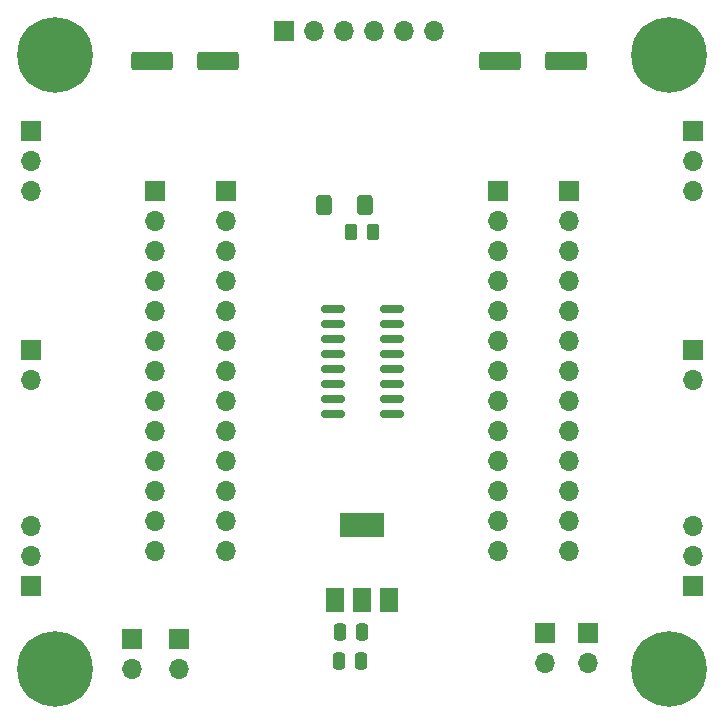
<source format=gbr>
%TF.GenerationSoftware,KiCad,Pcbnew,7.0.7*%
%TF.CreationDate,2023-10-05T17:02:33-03:00*%
%TF.ProjectId,ILLI_PCB,494c4c49-5f50-4434-922e-6b696361645f,rev?*%
%TF.SameCoordinates,Original*%
%TF.FileFunction,Soldermask,Top*%
%TF.FilePolarity,Negative*%
%FSLAX46Y46*%
G04 Gerber Fmt 4.6, Leading zero omitted, Abs format (unit mm)*
G04 Created by KiCad (PCBNEW 7.0.7) date 2023-10-05 17:02:33*
%MOMM*%
%LPD*%
G01*
G04 APERTURE LIST*
G04 Aperture macros list*
%AMRoundRect*
0 Rectangle with rounded corners*
0 $1 Rounding radius*
0 $2 $3 $4 $5 $6 $7 $8 $9 X,Y pos of 4 corners*
0 Add a 4 corners polygon primitive as box body*
4,1,4,$2,$3,$4,$5,$6,$7,$8,$9,$2,$3,0*
0 Add four circle primitives for the rounded corners*
1,1,$1+$1,$2,$3*
1,1,$1+$1,$4,$5*
1,1,$1+$1,$6,$7*
1,1,$1+$1,$8,$9*
0 Add four rect primitives between the rounded corners*
20,1,$1+$1,$2,$3,$4,$5,0*
20,1,$1+$1,$4,$5,$6,$7,0*
20,1,$1+$1,$6,$7,$8,$9,0*
20,1,$1+$1,$8,$9,$2,$3,0*%
G04 Aperture macros list end*
%ADD10O,1.700000X1.700000*%
%ADD11R,1.700000X1.700000*%
%ADD12C,6.400000*%
%ADD13R,1.500000X2.000000*%
%ADD14R,3.800000X2.000000*%
%ADD15RoundRect,0.150000X-0.850000X-0.150000X0.850000X-0.150000X0.850000X0.150000X-0.850000X0.150000X0*%
%ADD16RoundRect,0.250000X-0.262500X-0.450000X0.262500X-0.450000X0.262500X0.450000X-0.262500X0.450000X0*%
%ADD17RoundRect,0.250000X0.400000X0.600000X-0.400000X0.600000X-0.400000X-0.600000X0.400000X-0.600000X0*%
%ADD18RoundRect,0.250000X0.250000X0.475000X-0.250000X0.475000X-0.250000X-0.475000X0.250000X-0.475000X0*%
%ADD19RoundRect,0.250000X1.500000X0.550000X-1.500000X0.550000X-1.500000X-0.550000X1.500000X-0.550000X0*%
%ADD20RoundRect,0.250000X-1.500000X-0.550000X1.500000X-0.550000X1.500000X0.550000X-1.500000X0.550000X0*%
G04 APERTURE END LIST*
D10*
%TO.C,J4*%
X124500000Y-136040000D03*
D11*
X124500000Y-133500000D03*
%TD*%
D12*
%TO.C,REF\u002A\u002A*%
X114000000Y-84000000D03*
%TD*%
%TO.C,REF\u002A\u002A*%
X166000000Y-84000000D03*
%TD*%
%TO.C,REF\u002A\u002A*%
X114000000Y-136000000D03*
%TD*%
%TO.C,REF\u002A\u002A*%
X166000000Y-136000000D03*
%TD*%
D10*
%TO.C,J11*%
X159150000Y-135500000D03*
D11*
X159150000Y-132960000D03*
%TD*%
D10*
%TO.C,J8*%
X155500000Y-135500000D03*
D11*
X155500000Y-132960000D03*
%TD*%
D10*
%TO.C,J6*%
X146080000Y-82000000D03*
X143540000Y-82000000D03*
X141000000Y-82000000D03*
X138460000Y-82000000D03*
X135920000Y-82000000D03*
D11*
X133380000Y-82000000D03*
%TD*%
D10*
%TO.C,J7*%
X168000000Y-111540000D03*
D11*
X168000000Y-109000000D03*
%TD*%
D10*
%TO.C,J5*%
X112000000Y-111540000D03*
D11*
X112000000Y-109000000D03*
%TD*%
D13*
%TO.C,U2*%
X142300000Y-130150000D03*
X140000000Y-130150000D03*
D14*
X140000000Y-123850000D03*
D13*
X137700000Y-130150000D03*
%TD*%
D15*
%TO.C,U1*%
X142500000Y-105555000D03*
X142500000Y-106825000D03*
X142500000Y-108095000D03*
X142500000Y-109365000D03*
X142500000Y-110635000D03*
X142500000Y-111905000D03*
X142500000Y-113175000D03*
X142500000Y-114445000D03*
X137500000Y-114445000D03*
X137500000Y-113175000D03*
X137500000Y-111905000D03*
X137500000Y-110635000D03*
X137500000Y-109365000D03*
X137500000Y-108095000D03*
X137500000Y-106825000D03*
X137500000Y-105555000D03*
%TD*%
D16*
%TO.C,R1*%
X140912500Y-99000000D03*
X139087500Y-99000000D03*
%TD*%
D10*
%TO.C,J16*%
X168000000Y-123920000D03*
X168000000Y-126460000D03*
D11*
X168000000Y-129000000D03*
%TD*%
%TO.C,J15*%
X112000000Y-129000000D03*
D10*
X112000000Y-126460000D03*
X112000000Y-123920000D03*
%TD*%
%TO.C,J14*%
X112000000Y-95540000D03*
X112000000Y-93000000D03*
D11*
X112000000Y-90460000D03*
%TD*%
D10*
%TO.C,J13*%
X168000000Y-95540000D03*
X168000000Y-93000000D03*
D11*
X168000000Y-90460000D03*
%TD*%
D10*
%TO.C,J10*%
X157500000Y-126000000D03*
X157500000Y-123460000D03*
X157500000Y-120920000D03*
X157500000Y-118380000D03*
X157500000Y-115840000D03*
X157500000Y-113300000D03*
X157500000Y-110760000D03*
X157500000Y-108220000D03*
X157500000Y-105680000D03*
X157500000Y-103140000D03*
X157500000Y-100600000D03*
X157500000Y-98060000D03*
D11*
X157500000Y-95520000D03*
%TD*%
D10*
%TO.C,J9*%
X122500000Y-125980000D03*
X122500000Y-123440000D03*
X122500000Y-120900000D03*
X122500000Y-118360000D03*
X122500000Y-115820000D03*
X122500000Y-113280000D03*
X122500000Y-110740000D03*
X122500000Y-108200000D03*
X122500000Y-105660000D03*
X122500000Y-103120000D03*
X122500000Y-100580000D03*
X122500000Y-98040000D03*
D11*
X122500000Y-95500000D03*
%TD*%
D10*
%TO.C,J3*%
X120500000Y-136040000D03*
D11*
X120500000Y-133500000D03*
%TD*%
%TO.C,J2*%
X151500000Y-95520000D03*
D10*
X151500000Y-98060000D03*
X151500000Y-100600000D03*
X151500000Y-103140000D03*
X151500000Y-105680000D03*
X151500000Y-108220000D03*
X151500000Y-110760000D03*
X151500000Y-113300000D03*
X151500000Y-115840000D03*
X151500000Y-118380000D03*
X151500000Y-120920000D03*
X151500000Y-123460000D03*
X151500000Y-126000000D03*
%TD*%
%TO.C,J1*%
X128500000Y-126000000D03*
X128500000Y-123460000D03*
X128500000Y-120920000D03*
X128500000Y-118380000D03*
X128500000Y-115840000D03*
X128500000Y-113300000D03*
X128500000Y-110760000D03*
X128500000Y-108220000D03*
X128500000Y-105680000D03*
X128500000Y-103140000D03*
X128500000Y-100600000D03*
X128500000Y-98060000D03*
D11*
X128500000Y-95520000D03*
%TD*%
D17*
%TO.C,D1*%
X136750000Y-96750000D03*
X140250000Y-96750000D03*
%TD*%
D18*
%TO.C,C5*%
X138100000Y-132850000D03*
X140000000Y-132850000D03*
%TD*%
%TO.C,C4*%
X139900000Y-135350000D03*
X138000000Y-135350000D03*
%TD*%
D19*
%TO.C,C2*%
X122200000Y-84500000D03*
X127800000Y-84500000D03*
%TD*%
D20*
%TO.C,C1*%
X151700000Y-84500000D03*
X157300000Y-84500000D03*
%TD*%
M02*

</source>
